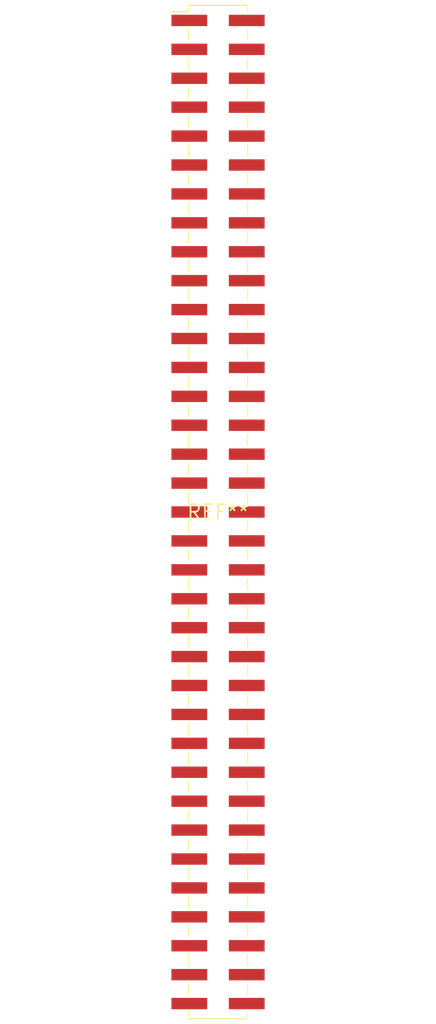
<source format=kicad_pcb>
(kicad_pcb (version 20240108) (generator pcbnew)
  (layers (0 "F.Cu" signal) (31 "B.Cu" signal) (34 "B.Paste" user) (35 "F.Paste" user) (36 "B.SilkS" user "B.Silkscreen") (37 "F.SilkS" user "F.Silkscreen") (38 "B.Mask" user) (39 "F.Mask" user) (44 "Edge.Cuts" user))
  (net 0 "")
  (footprint "PinHeader_2x35_P2.54mm_Vertical_SMD" (layer "F.Cu") (at 0 0)
    (property "Reference" "REF**")
    (property "Value" "PinHeader_2x35_P2.54mm_Vertical_SMD")
    (fp_line (start -4.04 -43.94) (end -2.6 -43.94) (layer "F.SilkS") (stroke (width 0.12)))
    (fp_line (start -2.6 -44.51) (end -2.6 -43.94) (layer "F.SilkS") (stroke (width 0.12)))
    (fp_line (start -2.6 -44.51) (end 2.6 -44.51) (layer "F.SilkS") (stroke (width 0.12)))
    (fp_line (start -2.6 -42.42) (end -2.6 -41.4) (layer "F.SilkS") (stroke (width 0.12)))
    (fp_line (start -2.6 -39.88) (end -2.6 -38.86) (layer "F.SilkS") (stroke (width 0.12)))
    (fp_line (start -2.6 -37.34) (end -2.6 -36.32) (layer "F.SilkS") (stroke (width 0.12)))
    (fp_line (start -2.6 -34.8) (end -2.6 -33.78) (layer "F.SilkS") (stroke (width 0.12)))
    (fp_line (start -2.6 -32.26) (end -2.6 -31.24) (layer "F.SilkS") (stroke (width 0.12)))
    (fp_line (start -2.6 -29.72) (end -2.6 -28.7) (layer "F.SilkS") (stroke (width 0.12)))
    (fp_line (start -2.6 -27.18) (end -2.6 -26.16) (layer "F.SilkS") (stroke (width 0.12)))
    (fp_line (start -2.6 -24.64) (end -2.6 -23.62) (layer "F.SilkS") (stroke (width 0.12)))
    (fp_line (start -2.6 -22.1) (end -2.6 -21.08) (layer "F.SilkS") (stroke (width 0.12)))
    (fp_line (start -2.6 -19.56) (end -2.6 -18.54) (layer "F.SilkS") (stroke (width 0.12)))
    (fp_line (start -2.6 -17.02) (end -2.6 -16) (layer "F.SilkS") (stroke (width 0.12)))
    (fp_line (start -2.6 -14.48) (end -2.6 -13.46) (layer "F.SilkS") (stroke (width 0.12)))
    (fp_line (start -2.6 -11.94) (end -2.6 -10.92) (layer "F.SilkS") (stroke (width 0.12)))
    (fp_line (start -2.6 -9.4) (end -2.6 -8.38) (layer "F.SilkS") (stroke (width 0.12)))
    (fp_line (start -2.6 -6.86) (end -2.6 -5.84) (layer "F.SilkS") (stroke (width 0.12)))
    (fp_line (start -2.6 -4.32) (end -2.6 -3.3) (layer "F.SilkS") (stroke (width 0.12)))
    (fp_line (start -2.6 -1.78) (end -2.6 -0.76) (layer "F.SilkS") (stroke (width 0.12)))
    (fp_line (start -2.6 0.76) (end -2.6 1.78) (layer "F.SilkS") (stroke (width 0.12)))
    (fp_line (start -2.6 3.3) (end -2.6 4.32) (layer "F.SilkS") (stroke (width 0.12)))
    (fp_line (start -2.6 5.84) (end -2.6 6.86) (layer "F.SilkS") (stroke (width 0.12)))
    (fp_line (start -2.6 8.38) (end -2.6 9.4) (layer "F.SilkS") (stroke (width 0.12)))
    (fp_line (start -2.6 10.92) (end -2.6 11.94) (layer "F.SilkS") (stroke (width 0.12)))
    (fp_line (start -2.6 13.46) (end -2.6 14.48) (layer "F.SilkS") (stroke (width 0.12)))
    (fp_line (start -2.6 16) (end -2.6 17.02) (layer "F.SilkS") (stroke (width 0.12)))
    (fp_line (start -2.6 18.54) (end -2.6 19.56) (layer "F.SilkS") (stroke (width 0.12)))
    (fp_line (start -2.6 21.08) (end -2.6 22.1) (layer "F.SilkS") (stroke (width 0.12)))
    (fp_line (start -2.6 23.62) (end -2.6 24.64) (layer "F.SilkS") (stroke (width 0.12)))
    (fp_line (start -2.6 26.16) (end -2.6 27.18) (layer "F.SilkS") (stroke (width 0.12)))
    (fp_line (start -2.6 28.7) (end -2.6 29.72) (layer "F.SilkS") (stroke (width 0.12)))
    (fp_line (start -2.6 31.24) (end -2.6 32.26) (layer "F.SilkS") (stroke (width 0.12)))
    (fp_line (start -2.6 33.78) (end -2.6 34.8) (layer "F.SilkS") (stroke (width 0.12)))
    (fp_line (start -2.6 36.32) (end -2.6 37.34) (layer "F.SilkS") (stroke (width 0.12)))
    (fp_line (start -2.6 38.86) (end -2.6 39.88) (layer "F.SilkS") (stroke (width 0.12)))
    (fp_line (start -2.6 41.4) (end -2.6 42.42) (layer "F.SilkS") (stroke (width 0.12)))
    (fp_line (start -2.6 43.94) (end -2.6 44.51) (layer "F.SilkS") (stroke (width 0.12)))
    (fp_line (start -2.6 44.51) (end 2.6 44.51) (layer "F.SilkS") (stroke (width 0.12)))
    (fp_line (start 2.6 -44.51) (end 2.6 -43.94) (layer "F.SilkS") (stroke (width 0.12)))
    (fp_line (start 2.6 -42.42) (end 2.6 -41.4) (layer "F.SilkS") (stroke (width 0.12)))
    (fp_line (start 2.6 -39.88) (end 2.6 -38.86) (layer "F.SilkS") (stroke (width 0.12)))
    (fp_line (start 2.6 -37.34) (end 2.6 -36.32) (layer "F.SilkS") (stroke (width 0.12)))
    (fp_line (start 2.6 -34.8) (end 2.6 -33.78) (layer "F.SilkS") (stroke (width 0.12)))
    (fp_line (start 2.6 -32.26) (end 2.6 -31.24) (layer "F.SilkS") (stroke (width 0.12)))
    (fp_line (start 2.6 -29.72) (end 2.6 -28.7) (layer "F.SilkS") (stroke (width 0.12)))
    (fp_line (start 2.6 -27.18) (end 2.6 -26.16) (layer "F.SilkS") (stroke (width 0.12)))
    (fp_line (start 2.6 -24.64) (end 2.6 -23.62) (layer "F.SilkS") (stroke (width 0.12)))
    (fp_line (start 2.6 -22.1) (end 2.6 -21.08) (layer "F.SilkS") (stroke (width 0.12)))
    (fp_line (start 2.6 -19.56) (end 2.6 -18.54) (layer "F.SilkS") (stroke (width 0.12)))
    (fp_line (start 2.6 -17.02) (end 2.6 -16) (layer "F.SilkS") (stroke (width 0.12)))
    (fp_line (start 2.6 -14.48) (end 2.6 -13.46) (layer "F.SilkS") (stroke (width 0.12)))
    (fp_line (start 2.6 -11.94) (end 2.6 -10.92) (layer "F.SilkS") (stroke (width 0.12)))
    (fp_line (start 2.6 -9.4) (end 2.6 -8.38) (layer "F.SilkS") (stroke (width 0.12)))
    (fp_line (start 2.6 -6.86) (end 2.6 -5.84) (layer "F.SilkS") (stroke (width 0.12)))
    (fp_line (start 2.6 -4.32) (end 2.6 -3.3) (layer "F.SilkS") (stroke (width 0.12)))
    (fp_line (start 2.6 -1.78) (end 2.6 -0.76) (layer "F.SilkS") (stroke (width 0.12)))
    (fp_line (start 2.6 0.76) (end 2.6 1.78) (layer "F.SilkS") (stroke (width 0.12)))
    (fp_line (start 2.6 3.3) (end 2.6 4.32) (layer "F.SilkS") (stroke (width 0.12)))
    (fp_line (start 2.6 5.84) (end 2.6 6.86) (layer "F.SilkS") (stroke (width 0.12)))
    (fp_line (start 2.6 8.38) (end 2.6 9.4) (layer "F.SilkS") (stroke (width 0.12)))
    (fp_line (start 2.6 10.92) (end 2.6 11.94) (layer "F.SilkS") (stroke (width 0.12)))
    (fp_line (start 2.6 13.46) (end 2.6 14.48) (layer "F.SilkS") (stroke (width 0.12)))
    (fp_line (start 2.6 16) (end 2.6 17.02) (layer "F.SilkS") (stroke (width 0.12)))
    (fp_line (start 2.6 18.54) (end 2.6 19.56) (layer "F.SilkS") (stroke (width 0.12)))
    (fp_line (start 2.6 21.08) (end 2.6 22.1) (layer "F.SilkS") (stroke (width 0.12)))
    (fp_line (start 2.6 23.62) (end 2.6 24.64) (layer "F.SilkS") (stroke (width 0.12)))
    (fp_line (start 2.6 26.16) (end 2.6 27.18) (layer "F.SilkS") (stroke (width 0.12)))
    (fp_line (start 2.6 28.7) (end 2.6 29.72) (layer "F.SilkS") (stroke (width 0.12)))
    (fp_line (start 2.6 31.24) (end 2.6 32.26) (layer "F.SilkS") (stroke (width 0.12)))
    (fp_line (start 2.6 33.78) (end 2.6 34.8) (layer "F.SilkS") (stroke (width 0.12)))
    (fp_line (start 2.6 36.32) (end 2.6 37.34) (layer "F.SilkS") (stroke (width 0.12)))
    (fp_line (start 2.6 38.86) (end 2.6 39.88) (layer "F.SilkS") (stroke (width 0.12)))
    (fp_line (start 2.6 41.4) (end 2.6 42.42) (layer "F.SilkS") (stroke (width 0.12)))
    (fp_line (start 2.6 43.94) (end 2.6 44.51) (layer "F.SilkS") (stroke (width 0.12)))
    (pad "1" smd rect (at -2.525 -43.18) (size 3.15 1) (layers "F.Cu" "F.Paste" "F.Mask"))
    (pad "2" smd rect (at 2.525 -43.18) (size 3.15 1) (layers "F.Cu" "F.Paste" "F.Mask"))
    (pad "3" smd rect (at -2.525 -40.64) (size 3.15 1) (layers "F.Cu" "F.Paste" "F.Mask"))
    (pad "4" smd rect (at 2.525 -40.64) (size 3.15 1) (layers "F.Cu" "F.Paste" "F.Mask"))
    (pad "5" smd rect (at -2.525 -38.1) (size 3.15 1) (layers "F.Cu" "F.Paste" "F.Mask"))
    (pad "6" smd rect (at 2.525 -38.1) (size 3.15 1) (layers "F.Cu" "F.Paste" "F.Mask"))
    (pad "7" smd rect (at -2.525 -35.56) (size 3.15 1) (layers "F.Cu" "F.Paste" "F.Mask"))
    (pad "8" smd rect (at 2.525 -35.56) (size 3.15 1) (layers "F.Cu" "F.Paste" "F.Mask"))
    (pad "9" smd rect (at -2.525 -33.02) (size 3.15 1) (layers "F.Cu" "F.Paste" "F.Mask"))
    (pad "10" smd rect (at 2.525 -33.02) (size 3.15 1) (layers "F.Cu" "F.Paste" "F.Mask"))
    (pad "11" smd rect (at -2.525 -30.48) (size 3.15 1) (layers "F.Cu" "F.Paste" "F.Mask"))
    (pad "12" smd rect (at 2.525 -30.48) (size 3.15 1) (layers "F.Cu" "F.Paste" "F.Mask"))
    (pad "13" smd rect (at -2.525 -27.94) (size 3.15 1) (layers "F.Cu" "F.Paste" "F.Mask"))
    (pad "14" smd rect (at 2.525 -27.94) (size 3.15 1) (layers "F.Cu" "F.Paste" "F.Mask"))
    (pad "15" smd rect (at -2.525 -25.4) (size 3.15 1) (layers "F.Cu" "F.Paste" "F.Mask"))
    (pad "16" smd rect (at 2.525 -25.4) (size 3.15 1) (layers "F.Cu" "F.Paste" "F.Mask"))
    (pad "17" smd rect (at -2.525 -22.86) (size 3.15 1) (layers "F.Cu" "F.Paste" "F.Mask"))
    (pad "18" smd rect (at 2.525 -22.86) (size 3.15 1) (layers "F.Cu" "F.Paste" "F.Mask"))
    (pad "19" smd rect (at -2.525 -20.32) (size 3.15 1) (layers "F.Cu" "F.Paste" "F.Mask"))
    (pad "20" smd rect (at 2.525 -20.32) (size 3.15 1) (layers "F.Cu" "F.Paste" "F.Mask"))
    (pad "21" smd rect (at -2.525 -17.78) (size 3.15 1) (layers "F.Cu" "F.Paste" "F.Mask"))
    (pad "22" smd rect (at 2.525 -17.78) (size 3.15 1) (layers "F.Cu" "F.Paste" "F.Mask"))
    (pad "23" smd rect (at -2.525 -15.24) (size 3.15 1) (layers "F.Cu" "F.Paste" "F.Mask"))
    (pad "24" smd rect (at 2.525 -15.24) (size 3.15 1) (layers "F.Cu" "F.Paste" "F.Mask"))
    (pad "25" smd rect (at -2.525 -12.7) (size 3.15 1) (layers "F.Cu" "F.Paste" "F.Mask"))
    (pad "26" smd rect (at 2.525 -12.7) (size 3.15 1) (layers "F.Cu" "F.Paste" "F.Mask"))
    (pad "27" smd rect (at -2.525 -10.16) (size 3.15 1) (layers "F.Cu" "F.Paste" "F.Mask"))
    (pad "28" smd rect (at 2.525 -10.16) (size 3.15 1) (layers "F.Cu" "F.Paste" "F.Mask"))
    (pad "29" smd rect (at -2.525 -7.62) (size 3.15 1) (layers "F.Cu" "F.Paste" "F.Mask"))
    (pad "30" smd rect (at 2.525 -7.62) (size 3.15 1) (layers "F.Cu" "F.Paste" "F.Mask"))
    (pad "31" smd rect (at -2.525 -5.08) (size 3.15 1) (layers "F.Cu" "F.Paste" "F.Mask"))
    (pad "32" smd rect (at 2.525 -5.08) (size 3.15 1) (layers "F.Cu" "F.Paste" "F.Mask"))
    (pad "33" smd rect (at -2.525 -2.54) (size 3.15 1) (layers "F.Cu" "F.Paste" "F.Mask"))
    (pad "34" smd rect (at 2.525 -2.54) (size 3.15 1) (layers "F.Cu" "F.Paste" "F.Mask"))
    (pad "35" smd rect (at -2.525 0) (size 3.15 1) (layers "F.Cu" "F.Paste" "F.Mask"))
    (pad "36" smd rect (at 2.525 0) (size 3.15 1) (layers "F.Cu" "F.Paste" "F.Mask"))
    (pad "37" smd rect (at -2.525 2.54) (size 3.15 1) (layers "F.Cu" "F.Paste" "F.Mask"))
    (pad "38" smd rect (at 2.525 2.54) (size 3.15 1) (layers "F.Cu" "F.Paste" "F.Mask"))
    (pad "39" smd rect (at -2.525 5.08) (size 3.15 1) (layers "F.Cu" "F.Paste" "F.Mask"))
    (pad "40" smd rect (at 2.525 5.08) (size 3.15 1) (layers "F.Cu" "F.Paste" "F.Mask"))
    (pad "41" smd rect (at -2.525 7.62) (size 3.15 1) (layers "F.Cu" "F.Paste" "F.Mask"))
    (pad "42" smd rect (at 2.525 7.62) (size 3.15 1) (layers "F.Cu" "F.Paste" "F.Mask"))
    (pad "43" smd rect (at -2.525 10.16) (size 3.15 1) (layers "F.Cu" "F.Paste" "F.Mask"))
    (pad "44" smd rect (at 2.525 10.16) (size 3.15 1) (layers "F.Cu" "F.Paste" "F.Mask"))
    (pad "45" smd rect (at -2.525 12.7) (size 3.15 1) (layers "F.Cu" "F.Paste" "F.Mask"))
    (pad "46" smd rect (at 2.525 12.7) (size 3.15 1) (layers "F.Cu" "F.Paste" "F.Mask"))
    (pad "47" smd rect (at -2.525 15.24) (size 3.15 1) (layers "F.Cu" "F.Paste" "F.Mask"))
    (pad "48" smd rect (at 2.525 15.24) (size 3.15 1) (layers "F.Cu" "F.Paste" "F.Mask"))
    (pad "49" smd rect (at -2.525 17.78) (size 3.15 1) (layers "F.Cu" "F.Paste" "F.Mask"))
    (pad "50" smd rect (at 2.525 17.78) (size 3.15 1) (layers "F.Cu" "F.Paste" "F.Mask"))
    (pad "51" smd rect (at -2.525 20.32) (size 3.15 1) (layers "F.Cu" "F.Paste" "F.Mask"))
    (pad "52" smd rect (at 2.525 20.32) (size 3.15 1) (layers "F.Cu" "F.Paste" "F.Mask"))
    (pad "53" smd rect (at -2.525 22.86) (size 3.15 1) (layers "F.Cu" "F.Paste" "F.Mask"))
    (pad "54" smd rect (at 2.525 22.86) (size 3.15 1) (layers "F.Cu" "F.Paste" "F.Mask"))
    (pad "55" smd rect (at -2.525 25.4) (size 3.15 1) (layers "F.Cu" "F.Paste" "F.Mask"))
    (pad "56" smd rect (at 2.525 25.4) (size 3.15 1) (layers "F.Cu" "F.Paste" "F.Mask"))
    (pad "57" smd rect (at -2.525 27.94) (size 3.15 1) (layers "F.Cu" "F.Paste" "F.Mask"))
    (pad "58" smd rect (at 2.525 27.94) (size 3.15 1) (layers "F.Cu" "F.Paste" "F.Mask"))
    (pad "59" smd rect (at -2.525 30.48) (size 3.15 1) (layers "F.Cu" "F.Paste" "F.Mask"))
    (pad "60" smd rect (at 2.525 30.48) (size 3.15 1) (layers "F.Cu" "F.Paste" "F.Mask"))
    (pad "61" smd rect (at -2.525 33.02) (size 3.15 1) (layers "F.Cu" "F.Paste" "F.Mask"))
    (pad "62" smd rect (at 2.525 33.02) (size 3.15 1) (layers "F.Cu" "F.Paste" "F.Mask"))
    (pad "63" smd rect (at -2.525 35.56) (size 3.15 1) (layers "F.Cu" "F.Paste" "F.Mask"))
    (pad "64" smd rect (at 2.525 35.56) (size 3.15 1) (layers "F.Cu" "F.Paste" "F.Mask"))
    (pad "65" smd rect (at -2.525 38.1) (size 3.15 1) (layers "F.Cu" "F.Paste" "F.Mask"))
    (pad "66" smd rect (at 2.525 38.1) (size 3.15 1) (layers "F.Cu" "F.Paste" "F.Mask"))
    (pad "67" smd rect (at -2.525 40.64) (size 3.15 1) (layers "F.Cu" "F.Paste" "F.Mask"))
    (pad "68" smd rect (at 2.525 40.64) (size 3.15 1) (layers "F.Cu" "F.Paste" "F.Mask"))
    (pad "69" smd rect (at -2.525 43.18) (size 3.15 1) (layers "F.Cu" "F.Paste" "F.Mask"))
    (pad "70" smd rect (at 2.525 43.18) (size 3.15 1) (layers "F.Cu" "F.Paste" "F.Mask"))
  )
)
</source>
